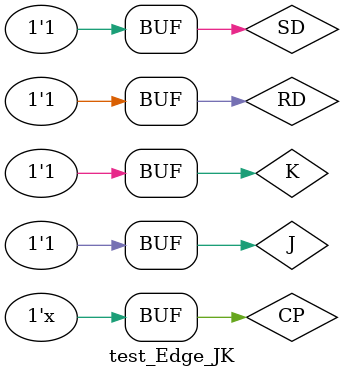
<source format=v>
`timescale 1ns / 1ps


module test_Edge_JK;
    reg CP,SD,RD,J;
    wire Q_,Q;
    reg K;
    
    Edge_JK_trigger Edge_JK_1(J,K,CP,SD,RD,Q,Q_);
    
    //test Edge_JK_trigger
    always #5 CP = ~CP;
    initial begin
        CP = 0;
        SD = 0;
        RD = 1;
        J = 0;
        K = 0;
        #20 RD = 0;
            SD = 1;
        #20 RD = 1;
            SD = 1;
        #15 K = 1;
        #15 K = 0;
            J = 1;
        #15 K = 1;
    end
endmodule

//module SL74_76;
//    reg CP1,SD1,RD1,J1;
//    reg VCC;
//    reg CP2,SD2,RD2,J2;
//    reg Q2_,Q2;
//    reg K2,GND;
//    wire Q1_,Q1;
//    reg K1;

//    LS74_76 LS74_76_1(CP1,SD1,RD1,J1,VCC,CP2,SD2,RD2,J2,Q2_,Q2,K2,GND,Q1_,Q1,K1);
    
//    //test SL74_76
//    always #5 CP1 = ~CP1,CP2 = ~CP2;
    
//    initial begin
//        CP1 = 0;
//        SD1 = 0;
//        RD1 = 1;
//        J1 = 0;
//        K1 = 0;
//        #20 RD1 = 0;
//            SD1 = 1;
//        #20 RD1 = 1;
//            SD1 = 1;
//        #15 K1 = 1;
//        #15 K1 = 0;
//            J1 = 1;
//        #15 K1 = 1;
//    end
//endmodule
</source>
